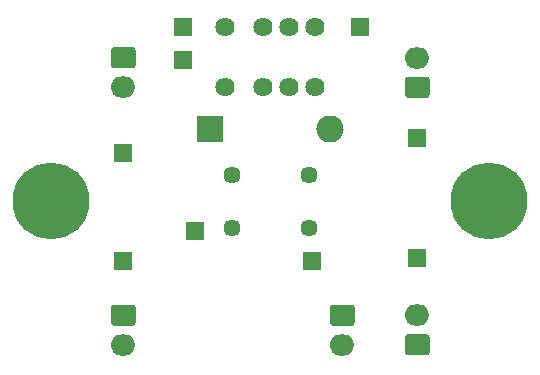
<source format=gts>
%TF.GenerationSoftware,KiCad,Pcbnew,5.1.6-c6e7f7d~87~ubuntu18.04.1*%
%TF.CreationDate,2020-08-08T17:14:56-07:00*%
%TF.ProjectId,Cough-GoNoGo,436f7567-682d-4476-9f4e-6f476f2e6b69,A.01*%
%TF.SameCoordinates,Original*%
%TF.FileFunction,Soldermask,Top*%
%TF.FilePolarity,Negative*%
%FSLAX46Y46*%
G04 Gerber Fmt 4.6, Leading zero omitted, Abs format (unit mm)*
G04 Created by KiCad (PCBNEW 5.1.6-c6e7f7d~87~ubuntu18.04.1) date 2020-08-08 17:14:56*
%MOMM*%
%LPD*%
G01*
G04 APERTURE LIST*
%ADD10R,1.601600X1.601600*%
%ADD11C,6.501600*%
%ADD12O,2.101600X1.801600*%
%ADD13R,2.301600X2.301600*%
%ADD14O,2.301600X2.301600*%
%ADD15C,1.625600*%
%ADD16C,1.451600*%
G04 APERTURE END LIST*
D10*
%TO.C,TP9*%
X157480000Y-95758000D03*
%TD*%
%TO.C,TP8*%
X142494000Y-98552000D03*
%TD*%
%TO.C,TP7*%
X142494000Y-95758000D03*
%TD*%
%TO.C,TP6*%
X162306000Y-115316000D03*
%TD*%
%TO.C,TP5*%
X162306000Y-105156000D03*
%TD*%
%TO.C,TP4*%
X143510000Y-113030000D03*
%TD*%
%TO.C,TP3*%
X153416000Y-115570000D03*
%TD*%
%TO.C,TP2*%
X137414000Y-115570000D03*
%TD*%
%TO.C,TP1*%
X137414000Y-106426000D03*
%TD*%
D11*
%TO.C,H2*%
X168402000Y-110490000D03*
%TD*%
%TO.C,H1*%
X131318000Y-110490000D03*
%TD*%
%TO.C,CN1*%
G36*
G01*
X136628141Y-97437200D02*
X138199859Y-97437200D01*
G75*
G02*
X138464800Y-97702141I0J-264941D01*
G01*
X138464800Y-98973859D01*
G75*
G02*
X138199859Y-99238800I-264941J0D01*
G01*
X136628141Y-99238800D01*
G75*
G02*
X136363200Y-98973859I0J264941D01*
G01*
X136363200Y-97702141D01*
G75*
G02*
X136628141Y-97437200I264941J0D01*
G01*
G37*
D12*
X137414000Y-100838000D03*
%TD*%
%TO.C,CN2*%
G36*
G01*
X136628141Y-119241200D02*
X138199859Y-119241200D01*
G75*
G02*
X138464800Y-119506141I0J-264941D01*
G01*
X138464800Y-120777859D01*
G75*
G02*
X138199859Y-121042800I-264941J0D01*
G01*
X136628141Y-121042800D01*
G75*
G02*
X136363200Y-120777859I0J264941D01*
G01*
X136363200Y-119506141D01*
G75*
G02*
X136628141Y-119241200I264941J0D01*
G01*
G37*
X137414000Y-122642000D03*
%TD*%
%TO.C,CN3*%
G36*
G01*
X163091859Y-101738800D02*
X161520141Y-101738800D01*
G75*
G02*
X161255200Y-101473859I0J264941D01*
G01*
X161255200Y-100202141D01*
G75*
G02*
X161520141Y-99937200I264941J0D01*
G01*
X163091859Y-99937200D01*
G75*
G02*
X163356800Y-100202141I0J-264941D01*
G01*
X163356800Y-101473859D01*
G75*
G02*
X163091859Y-101738800I-264941J0D01*
G01*
G37*
X162306000Y-98338000D03*
%TD*%
%TO.C,CN4*%
X162306000Y-120142000D03*
G36*
G01*
X163091859Y-123542800D02*
X161520141Y-123542800D01*
G75*
G02*
X161255200Y-123277859I0J264941D01*
G01*
X161255200Y-122006141D01*
G75*
G02*
X161520141Y-121741200I264941J0D01*
G01*
X163091859Y-121741200D01*
G75*
G02*
X163356800Y-122006141I0J-264941D01*
G01*
X163356800Y-123277859D01*
G75*
G02*
X163091859Y-123542800I-264941J0D01*
G01*
G37*
%TD*%
%TO.C,CN5*%
G36*
G01*
X155170141Y-119241200D02*
X156741859Y-119241200D01*
G75*
G02*
X157006800Y-119506141I0J-264941D01*
G01*
X157006800Y-120777859D01*
G75*
G02*
X156741859Y-121042800I-264941J0D01*
G01*
X155170141Y-121042800D01*
G75*
G02*
X154905200Y-120777859I0J264941D01*
G01*
X154905200Y-119506141D01*
G75*
G02*
X155170141Y-119241200I264941J0D01*
G01*
G37*
X155956000Y-122642000D03*
%TD*%
D13*
%TO.C,D1*%
X144780000Y-104394000D03*
D14*
X154940000Y-104394000D03*
%TD*%
D15*
%TO.C,K1*%
X146050000Y-95758000D03*
X149260000Y-95758000D03*
X151460000Y-95758000D03*
X153660000Y-95758000D03*
X153660000Y-100838000D03*
X151460000Y-100838000D03*
X149260000Y-100838000D03*
X146060000Y-100838000D03*
%TD*%
D16*
%TO.C,S1*%
X153110000Y-112740000D03*
X153110000Y-108240000D03*
X146610000Y-108240000D03*
X146610000Y-112740000D03*
%TD*%
M02*

</source>
